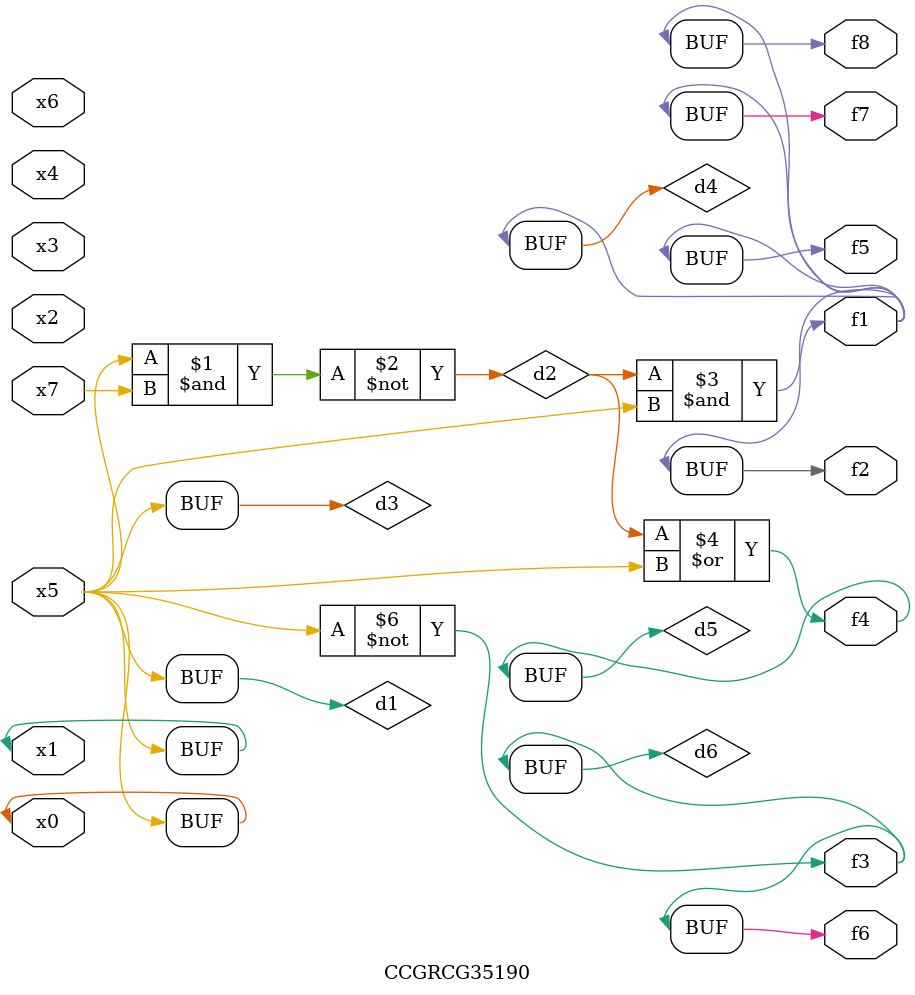
<source format=v>
module CCGRCG35190(
	input x0, x1, x2, x3, x4, x5, x6, x7,
	output f1, f2, f3, f4, f5, f6, f7, f8
);

	wire d1, d2, d3, d4, d5, d6;

	buf (d1, x0, x5);
	nand (d2, x5, x7);
	buf (d3, x0, x1);
	and (d4, d2, d3);
	or (d5, d2, d3);
	nor (d6, d1, d3);
	assign f1 = d4;
	assign f2 = d4;
	assign f3 = d6;
	assign f4 = d5;
	assign f5 = d4;
	assign f6 = d6;
	assign f7 = d4;
	assign f8 = d4;
endmodule

</source>
